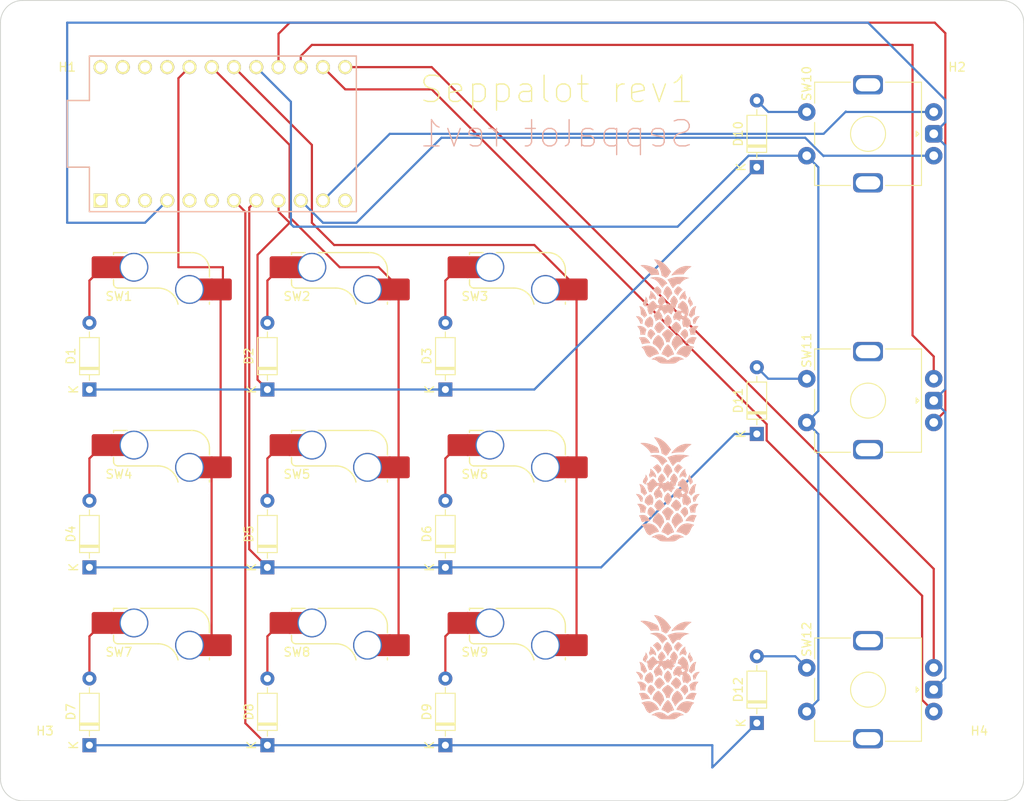
<source format=kicad_pcb>
(kicad_pcb (version 20211014) (generator pcbnew)
  (layers (0 "F.Cu" signal) (31 "B.Cu" signal) (34 "B.Paste" user) (35 "F.Paste" user) (36 "B.SilkS" user "B.Silkscreen") (37 "F.SilkS" user "F.Silkscreen") (38 "B.Mask" user) (39 "F.Mask" user) (44 "Edge.Cuts" user))
  (net 0 "")
  (net 3 "GND")
  (net 6 "COL0")
  (net 7 "COL1")
  (net 8 "COL2")
  (net 9 "Net-(D10-Pad2)")
  (net 10 "Net-(D11-Pad2)")
  (net 12 "Net-(D12-Pad2)")
  (net 13 "ROT1A")
  (net 14 "ROT1B")
  (net 15 "ROW2")
  (net 16 "ROW1")
  (net 17 "ROW0")
  (net 18 "COL3")
  (net 19 "ROT2A")
  (net 23 "Net-(D1-Pad2)")
  (net 24 "Net-(D2-Pad2)")
  (net 25 "Net-(D3-Pad2)")
  (net 26 "Net-(D4-Pad2)")
  (net 27 "Net-(D5-Pad2)")
  (net 28 "Net-(D6-Pad2)")
  (net 29 "Net-(D7-Pad2)")
  (net 30 "Net-(D8-Pad2)")
  (net 31 "Net-(D9-Pad2)")
  (net 34 "ROT2B")
  (net 35 "ROT3A")
  (net 36 "ROT3B")
  (footprint "MountingHole:MountingHole_2.2mm_M2_DIN965" (layer "F.Cu") (at 228.6 53.34)
    (fp_text reference "H2" (at -2.54 2.54) (layer "F.SilkS"))
    (fp_text value "M2")
    (pad "" np_thru_hole circle (at 0 0) (size 2.2 2.2) (drill 2.2) (layers *.Cu *.Mask))
  )
  (footprint "marbastlib-mx:SW_MX_HS_1u" (layer "F.Cu") (at 134.62 83.82)
    (fp_text reference "SW1" (at -4.25 -1.75) (layer "F.SilkS"))
    (fp_text value "MX_SW_HS" hide)
    (pad "" np_thru_hole circle (at 0 0) (size 3.9878 3.9878) (drill 3.9878) (layers *.Cu *.Mask))
    (pad "" np_thru_hole circle (at -5.08 0) (size 1.75 1.75) (drill 1.75) (layers *.Cu *.Mask))
    (pad "" np_thru_hole circle (at 5.08 0) (size 1.75 1.75) (drill 1.75) (layers *.Cu *.Mask))
    (pad "1" smd rect (at 5.635 -2.54 180) (size 1.65 2.5) (layers "F.Cu") (net 6 "COL0"))
    (pad "1" thru_hole circle (at 3.81 -2.54) (size 3.3 3.3) (drill 3) (layers *.Cu *.Mask) (net 6 "COL0"))
    (pad "1" smd roundrect (at 7.36 -2.54) (size 2.55 2.5) (layers "F.Cu" "F.Paste" "F.Mask") (roundrect_rratio 0.1) (net 6 "COL0"))
    (pad "2" smd rect (at -4.34 -5.08) (size 1.65 2.5) (layers "F.Cu") (net 23 "Net-(D1-Pad2)"))
    (pad "2" thru_hole circle (at -2.54 -5.08) (size 3.3 3.3) (drill 3) (layers *.Cu *.Mask) (net 23 "Net-(D1-Pad2)"))
    (pad "2" smd roundrect (at -6.09 -5.08) (size 2.55 2.5) (layers "F.Cu" "F.Paste" "F.Mask") (roundrect_rratio 0.1) (net 23 "Net-(D1-Pad2)"))
  )
  (footprint "Diode_THT:D_DO-35_SOD27_P7.62mm_Horizontal" (layer "F.Cu") (at 147.32 92.71 90)
    (fp_text reference "D2" (at 3.81 -2.12 90) (layer "F.SilkS"))
    (fp_text value "1N4148")
    (fp_text user "K" (at 0 -1.8 90) (layer "F.SilkS"))
    (pad "1" thru_hole rect (at 0 0 90) (size 1.6 1.6) (drill 0.8) (layers *.Cu *.Mask) (net 17 "ROW0"))
    (pad "2" thru_hole oval (at 7.62 0 90) (size 1.6 1.6) (drill 0.8) (layers *.Cu *.Mask) (net 24 "Net-(D2-Pad2)"))
  )
  (footprint "marbastlib-mx:SW_MX_HS_1u" (layer "F.Cu") (at 154.94 83.82)
    (fp_text reference "SW2" (at -4.25 -1.75) (layer "F.SilkS"))
    (fp_text value "MX_SW_HS" hide)
    (pad "" np_thru_hole circle (at -5.08 0) (size 1.75 1.75) (drill 1.75) (layers *.Cu *.Mask))
    (pad "" np_thru_hole circle (at 0 0) (size 3.9878 3.9878) (drill 3.9878) (layers *.Cu *.Mask))
    (pad "" np_thru_hole circle (at 5.08 0) (size 1.75 1.75) (drill 1.75) (layers *.Cu *.Mask))
    (pad "1" smd roundrect (at 7.36 -2.54) (size 2.55 2.5) (layers "F.Cu" "F.Paste" "F.Mask") (roundrect_rratio 0.1) (net 7 "COL1"))
    (pad "1" smd rect (at 5.635 -2.54 180) (size 1.65 2.5) (layers "F.Cu") (net 7 "COL1"))
    (pad "1" thru_hole circle (at 3.81 -2.54) (size 3.3 3.3) (drill 3) (layers *.Cu *.Mask) (net 7 "COL1"))
    (pad "2" smd rect (at -4.34 -5.08) (size 1.65 2.5) (layers "F.Cu") (net 24 "Net-(D2-Pad2)"))
    (pad "2" thru_hole circle (at -2.54 -5.08) (size 3.3 3.3) (drill 3) (layers *.Cu *.Mask) (net 24 "Net-(D2-Pad2)"))
    (pad "2" smd roundrect (at -6.09 -5.08) (size 2.55 2.5) (layers "F.Cu" "F.Paste" "F.Mask") (roundrect_rratio 0.1) (net 24 "Net-(D2-Pad2)"))
  )
  (footprint "Diode_THT:D_DO-35_SOD27_P7.62mm_Horizontal" (layer "F.Cu") (at 127 113.03 90)
    (fp_text reference "D4" (at 3.81 -2.12 90) (layer "F.SilkS"))
    (fp_text value "1N4148")
    (fp_text user "K" (at 0 -1.8 90) (layer "F.SilkS"))
    (pad "1" thru_hole rect (at 0 0 90) (size 1.6 1.6) (drill 0.8) (layers *.Cu *.Mask) (net 16 "ROW1"))
    (pad "2" thru_hole oval (at 7.62 0 90) (size 1.6 1.6) (drill 0.8) (layers *.Cu *.Mask) (net 26 "Net-(D4-Pad2)"))
  )
  (footprint "marbastlib-various:ROT_Alps_EC11E-Switch" (layer "F.Cu") (at 215.9 127 90)
    (fp_text reference "SW12" (at 5.75 -7 90) (layer "F.SilkS"))
    (fp_text value "RotaryEncoder_Switch")
    (pad "A" thru_hole circle (at -2.5 7.5 180) (size 2 2) (drill 1) (layers *.Cu "B.Mask") (net 35 "ROT3A"))
    (pad "B" thru_hole circle (at 2.5 7.5 180) (size 2 2) (drill 1) (layers *.Cu "B.Mask") (net 36 "ROT3B"))
    (pad "C" thru_hole roundrect (at 0 7.5 180) (size 2 2) (drill 1) (layers *.Cu "B.Mask") (net 3 "GND"))
    (pad "MP" thru_hole roundrect (at 5.6 0 180) (size 3.4 2.2) (drill oval 2.8 1.5) (layers *.Cu "B.Mask"))
    (pad "MP" thru_hole roundrect (at -5.6 0 180) (size 3.4 2.2) (drill oval 2.8 1.5) (layers *.Cu "B.Mask"))
    (pad "S1" thru_hole circle (at 2.5 -7 180) (size 2 2) (drill 1) (layers *.Cu "B.Mask") (net 12 "Net-(D12-Pad2)"))
    (pad "S2" thru_hole circle (at -2.5 -7 180) (size 2 2) (drill 1) (layers *.Cu "B.Mask") (net 18 "COL3"))
  )
  (footprint "promicro:ProMicro" (layer "F.Cu") (at 142.24 63.5)
    (fp_text reference "U0" hide)
    (fp_text value "ProMicro")
    (pad "1" thru_hole rect locked (at -13.97 7.62) (size 1.6 1.6) (drill 1.1) (layers *.Cu *.Mask "F.SilkS"))
    (pad "2" thru_hole circle locked (at -11.43 7.62) (size 1.6 1.6) (drill 1.1) (layers *.Cu *.Mask "F.SilkS"))
    (pad "3" thru_hole circle locked (at -8.89 7.62) (size 1.6 1.6) (drill 1.1) (layers *.Cu *.Mask "F.SilkS"))
    (pad "4" thru_hole circle locked (at -6.35 7.62) (size 1.6 1.6) (drill 1.1) (layers *.Cu *.Mask "F.SilkS") (net 3 "GND"))
    (pad "5" thru_hole circle locked (at -3.81 7.62) (size 1.6 1.6) (drill 1.1) (layers *.Cu *.Mask "F.SilkS"))
    (pad "6" thru_hole circle locked (at -1.27 7.62) (size 1.6 1.6) (drill 1.1) (layers *.Cu *.Mask "F.SilkS"))
    (pad "7" thru_hole circle locked (at 1.27 7.62) (size 1.6 1.6) (drill 1.1) (layers *.Cu *.Mask "F.SilkS") (net 15 "ROW2"))
    (pad "8" thru_hole circle locked (at 3.81 7.62) (size 1.6 1.6) (drill 1.1) (layers *.Cu *.Mask "F.SilkS") (net 16 "ROW1"))
    (pad "9" thru_hole circle locked (at 6.35 7.62) (size 1.6 1.6) (drill 1.1) (layers *.Cu *.Mask "F.SilkS") (net 17 "ROW0"))
    (pad "10" thru_hole circle locked (at 8.89 7.62) (size 1.6 1.6) (drill 1.1) (layers *.Cu *.Mask "F.SilkS") (net 13 "ROT1A"))
    (pad "11" thru_hole circle locked (at 11.43 7.62) (size 1.6 1.6) (drill 1.1) (layers *.Cu *.Mask "F.SilkS") (net 14 "ROT1B"))
    (pad "12" thru_hole circle locked (at 13.97 7.62) (size 1.6 1.6) (drill 1.1) (layers *.Cu *.Mask "F.SilkS"))
    (pad "13" thru_hole circle locked (at 13.97 -7.62) (size 1.6 1.6) (drill 1.1) (layers *.Cu *.Mask "F.SilkS") (net 36 "ROT3B"))
    (pad "14" thru_hole circle locked (at 11.43 -7.62) (size 1.6 1.6) (drill 1.1) (layers *.Cu *.Mask "F.SilkS") (net 35 "ROT3A"))
    (pad "15" thru_hole circle locked (at 8.89 -7.62) (size 1.6 1.6) (drill 1.1) (layers *.Cu *.Mask "F.SilkS") (net 34 "ROT2B"))
    (pad "16" thru_hole circle locked (at 6.35 -7.62) (size 1.6 1.6) (drill 1.1) (layers *.Cu *.Mask "F.SilkS") (net 19 "ROT2A"))
    (pad "17" thru_hole circle locked (at 3.81 -7.62) (size 1.6 1.6) (drill 1.1) (layers *.Cu *.Mask "F.SilkS") (net 18 "COL3"))
    (pad "18" thru_hole circle locked (at 1.27 -7.62) (size 1.6 1.6) (drill 1.1) (layers *.Cu *.Mask "F.SilkS") (net 8 "COL2"))
    (pad "19" thru_hole circle locked (at -1.27 -7.62) (size 1.6 1.6) (drill 1.1) (layers *.Cu *.Mask "F.SilkS") (net 7 "COL1"))
    (pad "20" thru_hole circle locked (at -3.81 -7.62) (size 1.6 1.6) (drill 1.1) (layers *.Cu *.Mask "F.SilkS") (net 6 "COL0"))
    (pad "21" thru_hole circle locked (at -6.35 -7.62) (size 1.6 1.6) (drill 1.1) (layers *.Cu *.Mask "F.SilkS"))
    (pad "22" thru_hole circle locked (at -8.89 -7.62) (size 1.6 1.6) (drill 1.1) (layers *.Cu *.Mask "F.SilkS"))
    (pad "23" thru_hole circle locked (at -11.43 -7.62) (size 1.6 1.6) (drill 1.1) (layers *.Cu *.Mask "F.SilkS"))
    (pad "24" thru_hole circle locked (at -13.97 -7.62) (size 1.6 1.6) (drill 1.1) (layers *.Cu *.Mask "F.SilkS"))
  )
  (footprint "Diode_THT:D_DO-35_SOD27_P7.62mm_Horizontal" (layer "F.Cu") (at 147.32 113.03 90)
    (fp_text reference "D5" (at 3.81 -2.12 90) (layer "F.SilkS"))
    (fp_text value "1N4148")
    (fp_text user "K" (at 0 -1.8 90) (layer "F.SilkS"))
    (pad "1" thru_hole rect (at 0 0 90) (size 1.6 1.6) (drill 0.8) (layers *.Cu *.Mask) (net 16 "ROW1"))
    (pad "2" thru_hole oval (at 7.62 0 90) (size 1.6 1.6) (drill 0.8) (layers *.Cu *.Mask) (net 27 "Net-(D5-Pad2)"))
  )
  (footprint "Diode_THT:D_DO-35_SOD27_P7.62mm_Horizontal" (layer "F.Cu") (at 203.2 97.79 90)
    (fp_text reference "D11" (at 3.81 -2.12 90) (layer "F.SilkS"))
    (fp_text value "1N4148")
    (fp_text user "K" (at 0 -1.8 90) (layer "F.SilkS"))
    (pad "1" thru_hole rect (at 0 0 90) (size 1.6 1.6) (drill 0.8) (layers *.Cu *.Mask) (net 16 "ROW1"))
    (pad "2" thru_hole oval (at 7.62 0 90) (size 1.6 1.6) (drill 0.8) (layers *.Cu *.Mask) (net 10 "Net-(D11-Pad2)"))
  )
  (footprint "marbastlib-various:ROT_Alps_EC11E-Switch" (layer "F.Cu") (at 215.9 93.98 90)
    (fp_text reference "SW11" (at 5.75 -7 90) (layer "F.SilkS"))
    (fp_text value "RotaryEncoder_Switch")
    (pad "A" thru_hole circle (at -2.5 7.5 180) (size 2 2) (drill 1) (layers *.Cu "B.Mask") (net 19 "ROT2A"))
    (pad "B" thru_hole circle (at 2.5 7.5 180) (size 2 2) (drill 1) (layers *.Cu "B.Mask") (net 34 "ROT2B"))
    (pad "C" thru_hole roundrect (at 0 7.5 180) (size 2 2) (drill 1) (layers *.Cu "B.Mask") (net 3 "GND"))
    (pad "MP" thru_hole roundrect (at 5.6 0 180) (size 3.4 2.2) (drill oval 2.8 1.5) (layers *.Cu "B.Mask"))
    (pad "MP" thru_hole roundrect (at -5.6 0 180) (size 3.4 2.2) (drill oval 2.8 1.5) (layers *.Cu "B.Mask"))
    (pad "S1" thru_hole circle (at 2.5 -7 180) (size 2 2) (drill 1) (layers *.Cu "B.Mask") (net 10 "Net-(D11-Pad2)"))
    (pad "S2" thru_hole circle (at -2.5 -7 180) (size 2 2) (drill 1) (layers *.Cu "B.Mask") (net 18 "COL3"))
  )
  (footprint "marbastlib-mx:SW_MX_HS_1u" (layer "F.Cu") (at 175.26 83.82)
    (fp_text reference "SW3" (at -4.25 -1.75) (layer "F.SilkS"))
    (fp_text value "MX_SW_HS" hide)
    (pad "" np_thru_hole circle (at 5.08 0) (size 1.75 1.75) (drill 1.75) (layers *.Cu *.Mask))
    (pad "" np_thru_hole circle (at -5.08 0) (size 1.75 1.75) (drill 1.75) (layers *.Cu *.Mask))
    (pad "" np_thru_hole circle (at 0 0) (size 3.9878 3.9878) (drill 3.9878) (layers *.Cu *.Mask))
    (pad "1" smd rect (at 5.635 -2.54 180) (size 1.65 2.5) (layers "F.Cu") (net 8 "COL2"))
    (pad "1" smd roundrect (at 7.36 -2.54) (size 2.55 2.5) (layers "F.Cu" "F.Paste" "F.Mask") (roundrect_rratio 0.1) (net 8 "COL2"))
    (pad "1" thru_hole circle (at 3.81 -2.54) (size 3.3 3.3) (drill 3) (layers *.Cu *.Mask) (net 8 "COL2"))
    (pad "2" thru_hole circle (at -2.54 -5.08) (size 3.3 3.3) (drill 3) (layers *.Cu *.Mask) (net 25 "Net-(D3-Pad2)"))
    (pad "2" smd roundrect (at -6.09 -5.08) (size 2.55 2.5) (layers "F.Cu" "F.Paste" "F.Mask") (roundrect_rratio 0.1) (net 25 "Net-(D3-Pad2)"))
    (pad "2" smd rect (at -4.34 -5.08) (size 1.65 2.5) (layers "F.Cu") (net 25 "Net-(D3-Pad2)"))
  )
  (footprint "Diode_THT:D_DO-35_SOD27_P7.62mm_Horizontal" (layer "F.Cu") (at 167.64 113.03 90)
    (fp_text reference "D6" (at 3.81 -2.12 90) (layer "F.SilkS"))
    (fp_text value "1N4148")
    (fp_text user "K" (at 0 -1.8 90) (layer "F.SilkS"))
    (pad "1" thru_hole rect (at 0 0 90) (size 1.6 1.6) (drill 0.8) (layers *.Cu *.Mask) (net 16 "ROW1"))
    (pad "2" thru_hole oval (at 7.62 0 90) (size 1.6 1.6) (drill 0.8) (layers *.Cu *.Mask) (net 28 "Net-(D6-Pad2)"))
  )
  (footprint "MountingHole:MountingHole_2.2mm_M2_DIN965" (layer "F.Cu") (at 121.92 53.34)
    (fp_text reference "H1" (at 2.54 2.54) (layer "F.SilkS"))
    (fp_text value "M2")
    (pad "" np_thru_hole circle (at 0 0) (size 2.2 2.2) (drill 2.2) (layers *.Cu *.Mask))
  )
  (footprint "MountingHole:MountingHole_2.2mm_M2_DIN965" (layer "F.Cu") (at 228.6 134.62)
    (fp_text reference "H4" (at 0 -2.9) (layer "F.SilkS"))
    (fp_text value "M2")
    (pad "" np_thru_hole circle (at 0 0) (size 2.2 2.2) (drill 2.2) (layers *.Cu *.Mask))
  )
  (footprint "marbastlib-mx:SW_MX_HS_1u" (layer "F.Cu") (at 175.26 124.46)
    (fp_text reference "SW9" (at -4.25 -1.75) (layer "F.SilkS"))
    (fp_text value "MX_SW_HS" hide)
    (pad "" np_thru_hole circle (at 0 0) (size 3.9878 3.9878) (drill 3.9878) (layers *.Cu *.Mask))
    (pad "" np_thru_hole circle (at 5.08 0) (size 1.75 1.75) (drill 1.75) (layers *.Cu *.Mask))
    (pad "" np_thru_hole circle (at -5.08 0) (size 1.75 1.75) (drill 1.75) (layers *.Cu *.Mask))
    (pad "1" smd roundrect (at 7.36 -2.54) (size 2.55 2.5) (layers "F.Cu" "F.Paste" "F.Mask") (roundrect_rratio 0.1) (net 8 "COL2"))
    (pad "1" smd rect (at 5.635 -2.54 180) (size 1.65 2.5) (layers "F.Cu") (net 8 "COL2"))
    (pad "1" thru_hole circle (at 3.81 -2.54) (size 3.3 3.3) (drill 3) (layers *.Cu *.Mask) (net 8 "COL2"))
    (pad "2" smd roundrect (at -6.09 -5.08) (size 2.55 2.5) (layers "F.Cu" "F.Paste" "F.Mask") (roundrect_rratio 0.1) (net 31 "Net-(D9-Pad2)"))
    (pad "2" thru_hole circle (at -2.54 -5.08) (size 3.3 3.3) (drill 3) (layers *.Cu *.Mask) (net 31 "Net-(D9-Pad2)"))
    (pad "2" smd rect (at -4.34 -5.08) (size 1.65 2.5) (layers "F.Cu") (net 31 "Net-(D9-Pad2)"))
  )
  (footprint "Diode_THT:D_DO-35_SOD27_P7.62mm_Horizontal" (layer "F.Cu") (at 167.64 92.71 90)
    (fp_text reference "D3" (at 3.81 -2.12 90) (layer "F.SilkS"))
    (fp_text value "1N4148")
    (fp_text user "K" (at 0 -1.8 90) (layer "F.SilkS"))
    (pad "1" thru_hole rect (at 0 0 90) (size 1.6 1.6) (drill 0.8) (layers *.Cu *.Mask) (net 17 "ROW0"))
    (pad "2" thru_hole oval (at 7.62 0 90) (size 1.6 1.6) (drill 0.8) (layers *.Cu *.Mask) (net 25 "Net-(D3-Pad2)"))
  )
  (footprint "Diode_THT:D_DO-35_SOD27_P7.62mm_Horizontal" (layer "F.Cu") (at 167.64 133.35 90)
    (fp_text reference "D9" (at 3.81 -2.12 90) (layer "F.SilkS"))
    (fp_text value "1N4148")
    (fp_text user "K" (at 0 -1.8 90) (layer "F.SilkS"))
    (pad "1" thru_hole rect (at 0 0 90) (size 1.6 1.6) (drill 0.8) (layers *.Cu *.Mask) (net 15 "ROW2"))
    (pad "2" thru_hole oval (at 7.62 0 90) (size 1.6 1.6) (drill 0.8) (layers *.Cu *.Mask) (net 31 "Net-(D9-Pad2)"))
  )
  (footprint "Diode_THT:D_DO-35_SOD27_P7.62mm_Horizontal" (layer "F.Cu") (at 127 92.71 90)
    (fp_text reference "D1" (at 3.81 -2.12 90) (layer "F.SilkS"))
    (fp_text value "1N4148")
    (fp_text user "K" (at 0 -1.8 90) (layer "F.SilkS"))
    (pad "1" thru_hole rect (at 0 0 90) (size 1.6 1.6) (drill 0.8) (layers *.Cu *.Mask) (net 17 "ROW0"))
    (pad "2" thru_hole oval (at 7.62 0 90) (size 1.6 1.6) (drill 0.8) (layers *.Cu *.Mask) (net 23 "Net-(D1-Pad2)"))
  )
  (footprint "marbastlib-mx:SW_MX_HS_1u" (layer "F.Cu") (at 134.62 104.14)
    (fp_text reference "SW4" (at -4.25 -1.75) (layer "F.SilkS"))
    (fp_text value "MX_SW_HS" hide)
    (pad "" np_thru_hole circle (at 0 0) (size 3.9878 3.9878) (drill 3.9878) (layers *.Cu *.Mask))
    (pad "" np_thru_hole circle (at 5.08 0) (size 1.75 1.75) (drill 1.75) (layers *.Cu *.Mask))
    (pad "" np_thru_hole circle (at -5.08 0) (size 1.75 1.75) (drill 1.75) (layers *.Cu *.Mask))
    (pad "1" smd rect (at 5.635 -2.54 180) (size 1.65 2.5) (layers "F.Cu") (net 6 "COL0"))
    (pad "1" smd roundrect (at 7.36 -2.54) (size 2.55 2.5) (layers "F.Cu" "F.Paste" "F.Mask") (roundrect_rratio 0.1) (net 6 "COL0"))
    (pad "1" thru_hole circle (at 3.81 -2.54) (size 3.3 3.3) (drill 3) (layers *.Cu *.Mask) (net 6 "COL0"))
    (pad "2" thru_hole circle (at -2.54 -5.08) (size 3.3 3.3) (drill 3) (layers *.Cu *.Mask) (net 26 "Net-(D4-Pad2)"))
    (pad "2" smd rect (at -4.34 -5.08) (size 1.65 2.5) (layers "F.Cu") (net 26 "Net-(D4-Pad2)"))
    (pad "2" smd roundrect (at -6.09 -5.08) (size 2.55 2.5) (layers "F.Cu" "F.Paste" "F.Mask") (roundrect_rratio 0.1) (net 26 "Net-(D4-Pad2)"))
  )
  (footprint "Diode_THT:D_DO-35_SOD27_P7.62mm_Horizontal" (layer "F.Cu") (at 147.32 133.35 90)
    (fp_text reference "D8" (at 3.81 -2.12 90) (layer "F.SilkS"))
    (fp_text value "1N4148")
    (fp_text user "K" (at 0 -1.8 90) (layer "F.SilkS"))
    (pad "1" thru_hole rect (at 0 0 90) (size 1.6 1.6) (drill 0.8) (layers *.Cu *.Mask) (net 15 "ROW2"))
    (pad "2" thru_hole oval (at 7.62 0 90) (size 1.6 1.6) (drill 0.8) (layers *.Cu *.Mask) (net 30 "Net-(D8-Pad2)"))
  )
  (footprint "marbastlib-mx:SW_MX_HS_1u" (layer "F.Cu") (at 154.94 124.46)
    (fp_text reference "SW8" (at -4.25 -1.75) (layer "F.SilkS"))
    (fp_text value "MX_SW_HS" hide)
    (pad "" np_thru_hole circle (at 0 0) (size 3.9878 3.9878) (drill 3.9878) (layers *.Cu *.Mask))
    (pad "" np_thru_hole circle (at 5.08 0) (size 1.75 1.75) (drill 1.75) (layers *.Cu *.Mask))
    (pad "" np_thru_hole circle (at -5.08 0) (size 1.75 1.75) (drill 1.75) (layers *.Cu *.Mask))
    (pad "1" smd roundrect (at 7.36 -2.54) (size 2.55 2.5) (layers "F.Cu" "F.Paste" "F.Mask") (roundrect_rratio 0.1) (net 7 "COL1"))
    (pad "1" thru_hole circle (at 3.81 -2.54) (size 3.3 3.3) (drill 3) (layers *.Cu *.Mask) (net 7 "COL1"))
    (pad "1" smd rect (at 5.635 -2.54 180) (size 1.65 2.5) (layers "F.Cu") (net 7 "COL1"))
    (pad "2" smd roundrect (at -6.09 -5.08) (size 2.55 2.5) (layers "F.Cu" "F.Paste" "F.Mask") (roundrect_rratio 0.1) (net 30 "Net-(D8-Pad2)"))
    (pad "2" thru_hole circle (at -2.54 -5.08) (size 3.3 3.3) (drill 3) (layers *.Cu *.Mask) (net 30 "Net-(D8-Pad2)"))
    (pad "2" smd rect (at -4.34 -5.08) (size 1.65 2.5) (layers "F.Cu") (net 30 "Net-(D8-Pad2)"))
  )
  (footprint "MountingHole:MountingHole_2.2mm_M2_DIN965" (layer "F.Cu") (at 121.92 134.62)
    (fp_text reference "H3" (at 0 -2.9) (layer "F.SilkS"))
    (fp_text value "M2")
    (pad "" np_thru_hole circle (at 0 0) (size 2.2 2.2) (drill 2.2) (layers *.Cu *.Mask))
  )
  (footprint "marbastlib-various:ROT_Alps_EC11E-Switch" (layer "F.Cu") (at 215.9 63.5 90)
    (fp_text reference "SW10" (at 5.75 -7 90) (layer "F.SilkS"))
    (fp_text value "RotaryEncoder_Switch")
    (pad "A" thru_hole circle (at -2.5 7.5 180) (size 2 2) (drill 1) (layers *.Cu "B.Mask") (net 13 "ROT1A"))
    (pad "B" thru_hole circle (at 2.5 7.5 180) (size 2 2) (drill 1) (layers *.Cu "B.Mask") (net 14 "ROT1B"))
    (pad "C" thru_hole roundrect (at 0 7.5 180) (size 2 2) (drill 1) (layers *.Cu "B.Mask") (net 3 "GND"))
    (pad "MP" thru_hole roundrect (at -5.6 0 180) (size 3.4 2.2) (drill oval 2.8 1.5) (layers *.Cu "B.Mask"))
    (pad "MP" thru_hole roundrect (at 5.6 0 180) (size 3.4 2.2) (drill oval 2.8 1.5) (layers *.Cu "B.Mask"))
    (pad "S1" thru_hole circle (at 2.5 -7 180) (size 2 2) (drill 1) (layers *.Cu "B.Mask") (net 9 "Net-(D10-Pad2)"))
    (pad "S2" thru_hole circle (at -2.5 -7 180) (size 2 2) (drill 1) (layers *.Cu "B.Mask") (net 18 "COL3"))
  )
  (footprint "marbastlib-mx:SW_MX_HS_1u" (layer "F.Cu") (at 175.26 104.14)
    (fp_text reference "SW6" (at -4.25 -1.75) (layer "F.SilkS"))
    (fp_text value "MX_SW_HS" hide)
    (pad "" np_thru_hole circle (at 0 0) (size 3.9878 3.9878) (drill 3.9878) (layers *.Cu *.Mask))
    (pad "" np_thru_hole circle (at 5.08 0) (size 1.75 1.75) (drill 1.75) (layers *.Cu *.Mask))
    (pad "" np_thru_hole circle (at -5.08 0) (size 1.75 1.75) (drill 1.75) (layers *.Cu *.Mask))
    (pad "1" thru_hole circle (at 3.81 -2.54) (size 3.3 3.3) (drill 3) (layers *.Cu *.Mask) (net 8 "COL2"))
    (pad "1" smd roundrect (at 7.36 -2.54) (size 2.55 2.5) (layers "F.Cu" "F.Paste" "F.Mask") (roundrect_rratio 0.1) (net 8 "COL2"))
    (pad "1" smd rect (at 5.635 -2.54 180) (size 1.65 2.5) (layers "F.Cu") (net 8 "COL2"))
    (pad "2" thru_hole circle (at -2.54 -5.08) (size 3.3 3.3) (drill 3) (layers *.Cu *.Mask) (net 28 "Net-(D6-Pad2)"))
    (pad "2" smd roundrect (at -6.09 -5.08) (size 2.55 2.5) (layers "F.Cu" "F.Paste" "F.Mask") (roundrect_rratio 0.1) (net 28 "Net-(D6-Pad2)"))
    (pad "2" smd rect (at -4.34 -5.08) (size 1.65 2.5) (layers "F.Cu") (net 28 "Net-(D6-Pad2)"))
  )
  (footprint "Diode_THT:D_DO-35_SOD27_P7.62mm_Horizontal" (layer "F.Cu") (at 203.2 67.31 90)
    (fp_text reference "D10" (at 3.81 -2.12 90) (layer "F.SilkS"))
    (fp_text value "1N4148")
    (fp_text user "K" (at 0 -1.8 90) (layer "F.SilkS"))
    (pad "1" thru_hole rect (at 0 0 90) (size 1.6 1.6) (drill 0.8) (layers *.Cu *.Mask) (net 17 "ROW0"))
    (pad "2" thru_hole oval (at 7.62 0 90) (size 1.6 1.6) (drill 0.8) (layers *.Cu *.Mask) (net 9 "Net-(D10-Pad2)"))
  )
  (footprint "Diode_THT:D_DO-35_SOD27_P7.62mm_Horizontal" (layer "F.Cu") (at 127 133.35 90)
    (fp_text reference "D7" (at 3.81 -2.12 90) (layer "F.SilkS"))
    (fp_text value "1N4148")
    (fp_text user "K" (at 0 -1.8 90) (layer "F.SilkS"))
    (pad "1" thru_hole rect (at 0 0 90) (size 1.6 1.6) (drill 0.8) (layers *.Cu *.Mask) (net 15 "ROW2"))
    (pad "2" thru_hole oval (at 7.62 0 90) (size 1.6 1.6) (drill 0.8) (layers *.Cu *.Mask) (net 29 "Net-(D7-Pad2)"))
  )
  (footprint "marbastlib-mx:SW_MX_HS_1u" (layer "F.Cu") (at 134.62 124.46)
    (fp_text reference "SW7" (at -4.25 -1.75) (layer "F.SilkS"))
    (fp_text value "MX_SW_HS" hide)
    (pad "" np_thru_hole circle (at -5.08 0) (size 1.75 1.75) (drill 1.75) (layers *.Cu *.Mask))
    (pad "" np_thru_hole circle (at 0 0) (size 3.9878 3.9878) (drill 3.9878) (layers *.Cu *.Mask))
    (pad "" np_thru_hole circle (at 5.08 0) (size 1.75 1.75) (drill 1.75) (layers *.Cu *.Mask))
    (pad "1" smd roundrect (at 7.36 -2.54) (size 2.55 2.5) (layers "F.Cu" "F.Paste" "F.Mask") (roundrect_rratio 0.1) (net 6 "COL0"))
    (pad "1" smd rect (at 5.635 -2.54 180) (size 1.65 2.5) (layers "F.Cu") (net 6 "COL0"))
    (pad "1" thru_hole circle (at 3.81 -2.54) (size 3.3 3.3) (drill 3) (layers *.Cu *.Mask) (net 6 "COL0"))
    (pad "2" thru_hole circle (at -2.54 -5.08) (size 3.3 3.3) (drill 3) (layers *.Cu *.Mask) (net 29 "Net-(D7-Pad2)"))
    (pad "2" smd roundrect (at -6.09 -5.08) (size 2.55 2.5) (layers "F.Cu" "F.Paste" "F.Mask") (roundrect_rratio 0.1) (net 29 "Net-(D7-Pad2)"))
    (pad "2" smd rect (at -4.34 -5.08) (size 1.65 2.5) (layers "F.Cu") (net 29 "Net-(D7-Pad2)"))
  )
  (footprint "marbastlib-mx:SW_MX_HS_1u" (layer "F.Cu") (at 154.94 104.14)
    (fp_text reference "SW5" (at -4.25 -1.75) (layer "F.SilkS"))
    (fp_text value "MX_SW_HS" hide)
    (pad "" np_thru_hole circle (at -5.08 0) (size 1.75 1.75) (drill 1.75) (layers *.Cu *.Mask))
    (pad "" np_thru_hole circle (at 0 0) (size 3.9878 3.9878) (drill 3.9878) (layers *.Cu *.Mask))
    (pad "" np_thru_hole circle (at 5.08 0) (size 1.75 1.75) (drill 1.75) (layers *.Cu *.Mask))
    (pad "1" thru_hole circle (at 3.81 -2.54) (size 3.3 3.3) (drill 3) (layers *.Cu *.Mask) (net 7 "COL1"))
    (pad "1" smd rect (at 5.635 -2.54 180) (size 1.65 2.5) (layers "F.Cu") (net 7 "COL1"))
    (pad "1" smd roundrect (at 7.36 -2.54) (size 2.55 2.5) (layers "F.Cu" "F.Paste" "F.Mask") (roundrect_rratio 0.1) (net 7 "COL1"))
    (pad "2" smd rect (at -4.34 -5.08) (size 1.65 2.5) (layers "F.Cu") (net 27 "Net-(D5-Pad2)"))
    (pad "2" smd roundrect (at -6.09 -5.08) (size 2.55 2.5) (layers "F.Cu" "F.Paste" "F.Mask") (roundrect_rratio 0.1) (net 27 "Net-(D5-Pad2)"))
    (pad "2" thru_hole circle (at -2.54 -5.08) (size 3.3 3.3) (drill 3) (layers *.Cu *.Mask) (net 27 "Net-(D5-Pad2)"))
  )
  (footprint "Diode_THT:D_DO-35_SOD27_P7.62mm_Horizontal" (layer "F.Cu") (at 203.2 130.81 90)
    (fp_text reference "D12" (at 3.81 -2.12 90) (layer "F.SilkS"))
    (fp_text value "1N4148")
    (fp_text user "K" (at 0 -1.8 90) (layer "F.SilkS"))
    (pad "1" thru_hole rect (at 0 0 90) (size 1.6 1.6) (drill 0.8) (layers *.Cu *.Mask) (net 15 "ROW2"))
    (pad "2" thru_hole oval (at 7.62 0 90) (size 1.6 1.6) (drill 0.8) (layers *.Cu *.Mask) (net 12 "Net-(D12-Pad2)"))
  )
  (footprint "LOGO" (layer "B.Cu") (at 193.04 83.82 180)
    (fp_text reference "G***" (at 0 0) (layer "B.SilkS") (effects (font (size 1.524 1.524) (thickness 0.3)) (justify mirror)))
    (fp_text value "LOGO" hide)
  )
  (footprint "LOGO" (layer "B.Cu") (at 193.04 104.14 180)
    (fp_text reference "G***" (at 0 0) (layer "B.SilkS") (effects (font (size 1.524 1.524) (thickness 0.3)) (justify mirror)))
    (fp_text value "LOGO" hide)
  )
  (footprint "LOGO" (layer "B.Cu") (at 193.04 124.46 180)
    (fp_text reference "G***" (at 0 0) (layer "B.SilkS") (effects (font (size 1.524 1.524) (thickness 0.3)) (justify mirror)))
    (fp_text value "LOGO" hide)
  )
  (gr_arc (start 231.14 48.26) (mid 232.936051 49.003949) (end 233.68 50.8) (layer "Edge.Cuts") (width 0.1))
  (gr_arc (start 233.68 137.16) (mid 232.936051 138.956051) (end 231.14 139.7) (layer "Edge.Cuts") (width 0.1))
  (gr_line (start 233.68 137.16) (end 233.68 50.8) (layer "Edge.Cuts") (width 0.1))
  (gr_arc (start 119.38 139.7) (mid 117.583949 138.956051) (end 116.84 137.16) (layer "Edge.Cuts") (width 0.1))
  (gr_line (start 119.38 139.7) (end 231.14 139.7) (layer "Edge.Cuts") (width 0.1))
  (gr_arc (start 116.84 50.8) (mid 117.583949 49.003949) (end 119.38 48.26) (layer "Edge.Cuts") (width 0.1))
  (gr_line (start 116.84 50.8) (end 116.84 137.16) (layer "Edge.Cuts") (width 0.1))
  (gr_line (start 231.14 48.26) (end 119.38 48.26) (layer "Edge.Cuts") (width 0.1))
  (gr_text "Seppalot rev1" (at 180.34 63.5) (layer "B.SilkS") (effects (font (size 3 3)) (justify mirror)))
  (gr_text "Seppalot rev1" (at 180.34 58.42) (layer "F.SilkS") (effects (font (size 3 3))))
  (segment (start 215.9 50.8) (end 124.46 50.8) (width 0.25) (layer "B.Cu") (net 3))
  (segment (start 223.4 63.5) (end 224.724511 62.175489) (width 0.25) (layer "B.Cu") (net 3))
  (segment (start 224.724511 92.655489) (end 224.724511 64.824511) (width 0.25) (layer "B.Cu") (net 3))
  (segment (start 133.35 73.66) (end 135.89 71.12) (width 0.25) (layer "B.Cu") (net 3))
  (segment (start 224.724511 95.304511) (end 223.4 93.98) (width 0.25) (layer "B.Cu") (net 3))
  (segment (start 124.46 50.8) (end 124.46 73.66) (width 0.25) (layer "B.Cu") (net 3))
  (segment (start 224.724511 59.624511) (end 215.9 50.8) (width 0.25) (layer "B.Cu") (net 3))
  (segment (start 223.4 93.98) (end 224.724511 92.655489) (width 0.25) (layer "B.Cu") (net 3))
  (segment (start 224.724511 125.675489) (end 224.724511 95.304511) (width 0.25) (layer "B.Cu") (net 3))
  (segment (start 224.724511 64.824511) (end 223.4 63.5) (width 0.25) (layer "B.Cu") (net 3))
  (segment (start 223.4 127) (end 224.724511 125.675489) (width 0.25) (layer "B.Cu") (net 3))
  (segment (start 124.46 73.66) (end 133.35 73.66) (width 0.25) (layer "B.Cu") (net 3))
  (segment (start 224.724511 62.175489) (end 224.724511 59.624511) (width 0.25) (layer "B.Cu") (net 3))
  (segment (start 138.43 55.88) (end 137.16 57.15) (width 0.25) (layer "F.Cu") (net 6))
  (segment (start 140.255 121.92) (end 140.949521 121.225479) (width 0.25) (layer "F.Cu") (net 6))
  (segment (start 140.949521 102.294521) (end 140.255 101.6) (width 0.25) (layer "F.Cu") (net 6))
  (segment (start 140.949521 121.225479) (end 140.949521 102.294521) (width 0.25) (layer "F.Cu") (net 6))
  (segment (start 137.16 78.74) (end 142.24 78.74) (width 0.25) (layer "F.Cu") (net 6))
  (segment (start 142.24 81.02) (end 141.98 81.28) (width 0.25) (layer "F.Cu") (net 6))
  (segment (start 142.24 78.74) (end 142.24 81.02) (width 0.25) (layer "F.Cu") (net 6))
  (segment (start 141.98 101.6) (end 141.98 81.28) (width 0.25) (layer "F.Cu") (net 6))
  (segment (start 137.16 57.15) (end 137.16 78.74) (width 0.25) (layer "F.Cu") (net 6))
  (segment (start 140.97 55.88) (end 149.86 64.77) (width 0.25) (layer "F.Cu") (net 7))
  (segment (start 162.3 121.92) (end 162.3 101.6) (width 0.25) (layer "F.Cu") (net 7))
  (segment (start 155.575718 78.74) (end 160.02 78.74) (width 0.25) (layer "F.Cu") (net 7))
  (segment (start 149.86 64.77) (end 149.86 73.024282) (width 0.25) (layer "F.Cu") (net 7))
  (segment (start 162.3 81.02) (end 162.3 81.28) (width 0.25) (layer "F.Cu") (net 7))
  (segment (start 149.86 73.024282) (end 155.575718 78.74) (width 0.25) (layer "F.Cu") (net 7))
  (segment (start 160.02 78.74) (end 162.3 81.02) (width 0.25) (layer "F.Cu") (net 7))
  (segment (start 162.3 101.6) (end 162.3 81.28) (width 0.25) (layer "F.Cu") (net 7))
  (segment (start 182.62 121.92) (end 182.62 101.6) (width 0.25) (layer "F.Cu") (net 8))
  (segment (start 152.4 64.77) (end 152.4 73.66) (width 0.25) (layer "F.Cu") (net 8))
  (segment (start 154.94 76.2) (end 177.8 76.2) (width 0.25) (layer "F.Cu") (net 8))
  (segment (start 182.62 101.6) (end 182.62 81.28) (width 0.25) (layer "F.Cu") (net 8))
  (segment (start 177.8 76.2) (end 182.62 81.02) (width 0.25) (layer "F.Cu") (net 8))
  (segment (start 152.4 73.66) (end 154.94 76.2) (width 0.25) (layer "F.Cu") (net 8))
  (segment (start 182.62 81.02) (end 182.62 81.28) (width 0.25) (layer "F.Cu") (net 8))
  (segment (start 143.51 55.88) (end 152.4 64.77) (width 0.25) (layer "F.Cu") (net 8))
  (segment (start 204.51 61) (end 203.2 59.69) (width 0.25) (layer "B.Cu") (net 9))
  (segment (start 208.9 61) (end 204.51 61) (width 0.25) (layer "B.Cu") (net 9))
  (segment (start 208.9 91.48) (end 204.51 91.48) (width 0.25) (layer "B.Cu") (net 10))
  (segment (start 204.51 91.48) (end 203.2 90.17) (width 0.25) (layer "B.Cu") (net 10))
  (segment (start 203.2 123.19) (end 207.59 123.19) (width 0.25) (layer "B.Cu") (net 12))
  (segment (start 207.59 123.19) (end 208.9 124.5) (width 0.25) (layer "B.Cu") (net 12))
  (segment (start 210.82 66.04) (end 208.72952 63.94952) (width 0.25) (layer "B.Cu") (net 13))
  (segment (start 210.86 66) (end 210.82 66.04) (width 0.25) (layer "B.Cu") (net 13))
  (segment (start 208.72952 63.94952) (end 167.19048 63.94952) (width 0.25) (layer "B.Cu") (net 13))
  (segment (start 167.19048 63.94952) (end 157.48 73.66) (width 0.25) (layer "B.Cu") (net 13))
  (segment (start 157.48 73.66) (end 153.67 73.66) (width 0.25) (layer "B.Cu") (net 13))
  (segment (start 153.67 73.66) (end 151.13 71.12) (width 0.25) (layer "B.Cu") (net 13))
  (segment (start 223.4 66) (end 210.86 66) (width 0.25) (layer "B.Cu") (net 13))
  (segment (start 213.36 60.96) (end 213.4 61) (width 0.25) (layer "B.Cu") (net 14))
  (segment (start 213.4 61) (end 223.4 61) (width 0.25) (layer "B.Cu") (net 14))
  (segment (start 153.67 71.12) (end 161.29 63.5) (width 0.25) (layer "B.Cu") (net 14))
  (segment (start 161.29 63.5) (end 210.82 63.5) (width 0.25) (layer "B.Cu") (net 14))
  (segment (start 210.82 63.5) (end 213.36 60.96) (width 0.25) (layer "B.Cu") (net 14))
  (segment (start 144.800481 72.410481) (end 144.800481 130.830481) (width 0.25) (layer "F.Cu") (net 15))
  (segment (start 144.800481 130.830481) (end 147.32 133.35) (width 0.25) (layer "F.Cu") (net 15))
  (segment (start 143.51 71.12) (end 144.800481 72.410481) (width 0.25) (layer "F.Cu") (net 15))
  (segment (start 198.12 133.35) (end 198.12 135.89) (width 0.25) (layer "B.Cu") (net 15))
  (segment (start 127 133.35) (end 147.32 133.35) (width 0.25) (layer "B.Cu") (net 15))
  (segment (start 198.12 135.89) (end 203.2 130.81) (width 0.25) (layer "B.Cu") (net 15))
  (segment (start 147.32 133.35) (end 167.64 133.35) (width 0.25) (layer "B.Cu") (net 15))
  (segment (start 167.64 133.35) (end 198.12 133.35) (width 0.25) (layer "B.Cu") (net 15))
  (segment (start 145.250001 110.960001) (end 147.32 113.03) (width 0.25) (layer "F.Cu") (net 16))
  (segment (start 145.250001 71.919999) (end 145.250001 110.960001) (width 0.25) (layer "F.Cu") (net 16))
  (segment (start 146.05 71.12) (end 145.250001 71.919999) (width 0.25) (layer "F.Cu") (net 16))
  (segment (start 185.42 113.03) (end 200.66 97.79) (width 0.25) (layer "B.Cu") (net 16))
  (segment (start 127 113.03) (end 147.32 113.03) (width 0.25) (layer "B.Cu") (net 16))
  (segment (start 167.64 113.03) (end 185.42 113.03) (width 0.25) (layer "B.Cu") (net 16))
  (segment (start 200.66 97.79) (end 203.2 97.79) (width 0.25) (layer "B.Cu") (net 16))
  (segment (start 147.32 113.03) (end 167.64 113.03) (width 0.25) (layer "B.Cu") (net 16))
  (segment (start 148.59 72.39) (end 148.59 71.12) (width 0.25) (layer "F.Cu") (net 17))
  (segment (start 147.32 92.71) (end 146.195489 91.585489) (width 0.25) (layer "F.Cu") (net 17))
  (segment (start 146.195489 91.585489) (end 146.195489 77.324511) (width 0.25) (layer "F.Cu") (net 17))
  (segment (start 146.195489 77.324511) (end 149.86 73.66) (width 0.25) (layer "F.Cu") (net 17))
  (segment (start 149.86 73.66) (end 148.59 72.39) (width 0.25) (layer "F.Cu") (net 17))
  (segment (start 177.8 92.71) (end 203.2 67.31) (width 0.25) (layer "B.Cu") (net 17))
  (segment (start 147.32 92.71) (end 167.64 92.71) (width 0.25) (layer "B.Cu") (net 17))
  (segment (start 167.64 92.71) (end 177.8 92.71) (width 0.25) (layer "B.Cu") (net 17))
  (segment (start 127 92.71) (end 147.32 92.71) (width 0.25) (layer "B.Cu") (net 17))
  (segment (start 210.224511 67.324511) (end 208.9 66) (width 0.25) (layer "B.Cu") (net 18))
  (segment (start 194.151458 74.10952) (end 202.260978 66) (width 0.25) (layer "B.Cu") (net 18))
  (segment (start 208.9 129.5) (end 210.224511 128.175489) (width 0.25) (layer "B.Cu") (net 18))
  (segment (start 146.05 55.88) (end 150.005489 59.835489) (width 0.25) (layer "B.Cu") (net 18))
  (segment (start 210.224511 97.804511) (end 208.9 96.48) (width 0.25) (layer "B.Cu") (net 18))
  (segment (start 208.9 96.48) (end 210.224511 95.155489) (width 0.25) (layer "B.Cu") (net 18))
  (segment (start 202.260978 66) (end 208.9 66) (width 0.25) (layer "B.Cu") (net 18))
  (segment (start 150.005489 73.805489) (end 150.30952 74.10952) (width 0.25) (layer "B.Cu") (net 18))
  (segment (start 150.005489 59.835489) (end 150.005489 73.805489) (width 0.25) (layer "B.Cu") (net 18))
  (segment (start 210.224511 128.175489) (end 210.224511 97.804511) (width 0.25) (layer "B.Cu") (net 18))
  (segment (start 150.30952 74.10952) (end 194.151458 74.10952) (width 0.25) (layer "B.Cu") (net 18))
  (segment (start 210.224511 95.155489) (end 210.224511 67.324511) (width 0.25) (layer "B.Cu") (net 18))
  (segment (start 223.4 96.48) (end 224.724511 95.155489) (width 0.25) (layer "F.Cu") (net 19))
  (segment (start 224.724511 95.155489) (end 224.724511 52.004511) (width 0.25) (layer "F.Cu") (net 19))
  (segment (start 149.86 50.8) (end 148.59 52.07) (width 0.25) (layer "F.Cu") (net 19))
  (segment (start 223.52 50.8) (end 149.86 50.8) (width 0.25) (layer "F.Cu") (net 19))
  (segment (start 224.724511 52.004511) (end 223.52 50.8) (width 0.25) (layer "F.Cu") (net 19))
  (segment (start 148.59 52.07) (end 148.59 55.88) (width 0.25) (layer "F.Cu") (net 19))
  (segment (start 127 85.09) (end 127 80.27) (width 0.25) (layer "F.Cu") (net 23))
  (segment (start 127 80.27) (end 128.53 78.74) (width 0.25) (layer "F.Cu") (net 23))
  (segment (start 147.32 85.09) (end 147.32 80.27) (width 0.25) (layer "F.Cu") (net 24))
  (segment (start 147.32 80.27) (end 148.85 78.74) (width 0.25) (layer "F.Cu") (net 24))
  (segment (start 167.64 85.09) (end 167.64 80.27) (width 0.25) (layer "F.Cu") (net 25))
  (segment (start 167.64 80.27) (end 169.17 78.74) (width 0.25) (layer "F.Cu") (net 25))
  (segment (start 127 105.41) (end 127 100.59) (width 0.25) (layer "F.Cu") (net 26))
  (segment (start 127 100.59) (end 128.53 99.06) (width 0.25) (layer "F.Cu") (net 26))
  (segment (start 147.32 105.41) (end 147.32 100.59) (width 0.25) (layer "F.Cu") (net 27))
  (segment (start 147.32 100.59) (end 148.85 99.06) (width 0.25) (layer "F.Cu") (net 27))
  (segment (start 167.64 105.41) (end 167.64 100.59) (width 0.25) (layer "F.Cu") (net 28))
  (segment (start 167.64 100.59) (end 169.17 99.06) (width 0.25) (layer "F.Cu") (net 28))
  (segment (start 127 125.73) (end 127 120.91) (width 0.25) (layer "F.Cu") (net 29))
  (segment (start 127 120.91) (end 128.53 119.38) (width 0.25) (layer "F.Cu") (net 29))
  (segment (start 147.32 125.73) (end 147.32 120.91) (width 0.25) (layer "F.Cu") (net 30))
  (segment (start 147.32 120.91) (end 148.85 119.38) (width 0.25) (layer "F.Cu") (net 30))
  (segment (start 167.64 125.73) (end 167.64 120.91) (width 0.25) (layer "F.Cu") (net 31))
  (segment (start 167.64 120.91) (end 169.17 119.38) (width 0.25) (layer "F.Cu") (net 31))
  (segment (start 220.98 53.34) (end 152.4 53.34) (width 0.25) (layer "F.Cu") (net 34))
  (segment (start 152.4 53.34) (end 151.13 54.61) (width 0.25) (layer "F.Cu") (net 34))
  (segment (start 220.98 86.52) (end 220.98 53.34) (width 0.25) (layer "F.Cu") (net 34))
  (segment (start 223.4 88.94) (end 220.98 86.52) (width 0.25) (layer "F.Cu") (net 34))
  (segment (start 223.4 91.48) (end 223.4 88.94) (width 0.25) (layer "F.Cu") (net 34))
  (segment (start 151.13 54.61) (end 151.13 55.88) (width 0.25) (layer "F.Cu") (net 34))
  (segment (start 222.075489 128.175489) (end 222.075489 116.275245) (width 0.25) (layer "F.Cu") (net 35))
  (segment (start 166.079022 58.42) (end 156.21 58.42) (width 0.25) (layer "F.Cu") (net 35))
  (segment (start 223.4 129.5) (end 222.075489 128.175489) (width 0.25) (layer "F.Cu") (net 35))
  (segment (start 156.21 58.42) (end 153.67 55.88) (width 0.25) (layer "F.Cu") (net 35))
  (segment (start 204.324511 96.665489) (end 166.079022 58.42) (width 0.25) (layer "F.Cu") (net 35))
  (segment (start 222.075489 116.275245) (end 204.324511 98.524267) (width 0.25) (layer "F.Cu") (net 35))
  (segment (start 204.324511 98.524267) (end 204.324511 96.665489) (width 0.25) (layer "F.Cu") (net 35))
  (segment (start 166.079022 55.88) (end 156.21 55.88) (width 0.25) (layer "F.Cu") (net 36))
  (segment (start 223.4 124.5) (end 223.4 113.200978) (width 0.25) (layer "F.Cu") (net 36))
  (segment (start 223.4 113.200978) (end 166.079022 55.88) (width 0.25) (layer "F.Cu") (net 36))
)
</source>
